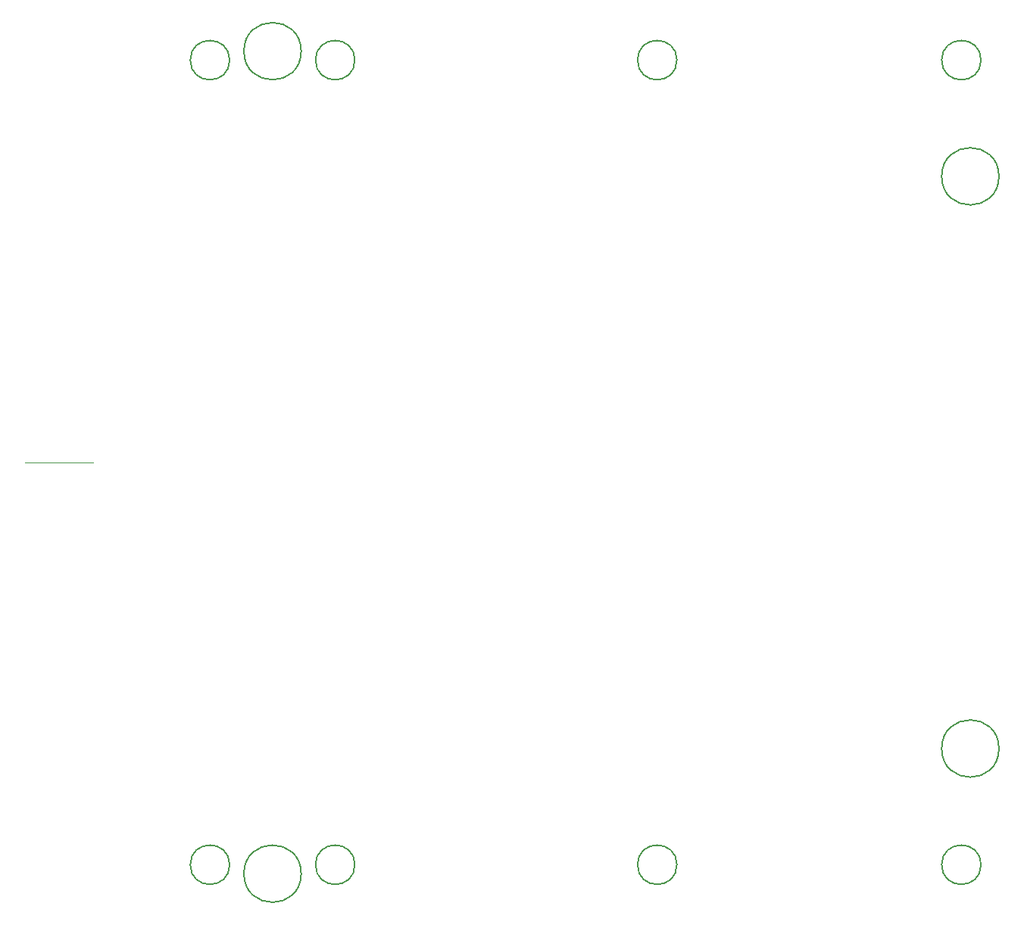
<source format=gbr>
%TF.GenerationSoftware,KiCad,Pcbnew,8.0.3-8.0.3-0~ubuntu22.04.1*%
%TF.CreationDate,2024-10-28T10:53:40+03:00*%
%TF.ProjectId,PM-AI1-W,504d2d41-4931-42d5-972e-6b696361645f,rev?*%
%TF.SameCoordinates,Original*%
%TF.FileFunction,Other,Comment*%
%FSLAX46Y46*%
G04 Gerber Fmt 4.6, Leading zero omitted, Abs format (unit mm)*
G04 Created by KiCad (PCBNEW 8.0.3-8.0.3-0~ubuntu22.04.1) date 2024-10-28 10:53:40*
%MOMM*%
%LPD*%
G01*
G04 APERTURE LIST*
%ADD10C,0.100000*%
%ADD11C,0.150000*%
G04 APERTURE END LIST*
D10*
X-59690000Y0D02*
X-52070000Y0D01*
D11*
%TO.C,H1*%
X-28800000Y46000000D02*
G75*
G02*
X-35200000Y46000000I-3200000J0D01*
G01*
X-35200000Y46000000D02*
G75*
G02*
X-28800000Y46000000I3200000J0D01*
G01*
%TO.C,U5*%
X-36800000Y45000000D02*
G75*
G02*
X-41200000Y45000000I-2200000J0D01*
G01*
X-41200000Y45000000D02*
G75*
G02*
X-36800000Y45000000I2200000J0D01*
G01*
X-36800000Y-45000000D02*
G75*
G02*
X-41200000Y-45000000I-2200000J0D01*
G01*
X-41200000Y-45000000D02*
G75*
G02*
X-36800000Y-45000000I2200000J0D01*
G01*
X-22800000Y45000000D02*
G75*
G02*
X-27200000Y45000000I-2200000J0D01*
G01*
X-27200000Y45000000D02*
G75*
G02*
X-22800000Y45000000I2200000J0D01*
G01*
X-22800000Y-45000000D02*
G75*
G02*
X-27200000Y-45000000I-2200000J0D01*
G01*
X-27200000Y-45000000D02*
G75*
G02*
X-22800000Y-45000000I2200000J0D01*
G01*
%TO.C,H3*%
X49200000Y-32000000D02*
G75*
G02*
X42800000Y-32000000I-3200000J0D01*
G01*
X42800000Y-32000000D02*
G75*
G02*
X49200000Y-32000000I3200000J0D01*
G01*
%TO.C,H2*%
X49200000Y32000000D02*
G75*
G02*
X42800000Y32000000I-3200000J0D01*
G01*
X42800000Y32000000D02*
G75*
G02*
X49200000Y32000000I3200000J0D01*
G01*
%TO.C,H4*%
X-28800000Y-46000000D02*
G75*
G02*
X-35200000Y-46000000I-3200000J0D01*
G01*
X-35200000Y-46000000D02*
G75*
G02*
X-28800000Y-46000000I3200000J0D01*
G01*
%TO.C,U2*%
X13200000Y45000000D02*
G75*
G02*
X8800000Y45000000I-2200000J0D01*
G01*
X8800000Y45000000D02*
G75*
G02*
X13200000Y45000000I2200000J0D01*
G01*
X13200000Y-45000000D02*
G75*
G02*
X8800000Y-45000000I-2200000J0D01*
G01*
X8800000Y-45000000D02*
G75*
G02*
X13200000Y-45000000I2200000J0D01*
G01*
X47200000Y45000000D02*
G75*
G02*
X42800000Y45000000I-2200000J0D01*
G01*
X42800000Y45000000D02*
G75*
G02*
X47200000Y45000000I2200000J0D01*
G01*
X47200000Y-45000000D02*
G75*
G02*
X42800000Y-45000000I-2200000J0D01*
G01*
X42800000Y-45000000D02*
G75*
G02*
X47200000Y-45000000I2200000J0D01*
G01*
%TD*%
M02*

</source>
